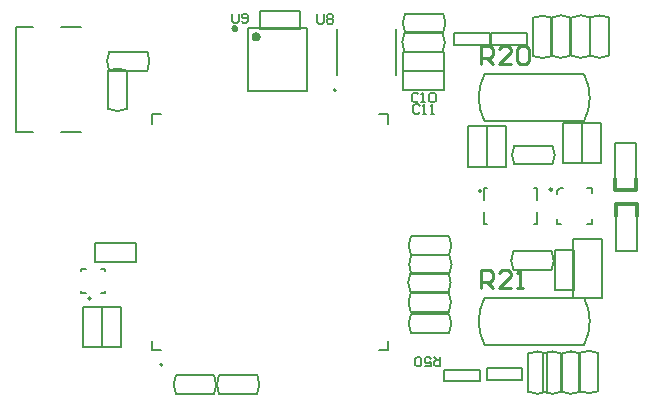
<source format=gto>
G04*
G04 #@! TF.GenerationSoftware,Altium Limited,Altium Designer,24.4.1 (13)*
G04*
G04 Layer_Color=65535*
%FSLAX44Y44*%
%MOMM*%
G71*
G04*
G04 #@! TF.SameCoordinates,9A945CEE-F102-44BA-A3C3-DB53B066AAF5*
G04*
G04*
G04 #@! TF.FilePolarity,Positive*
G04*
G01*
G75*
%ADD10C,0.2000*%
%ADD11C,0.1270*%
%ADD12C,0.2540*%
%ADD13C,0.3500*%
%ADD14C,0.1500*%
D10*
X279800Y1295601D02*
G03*
X295700Y1295601I7950J16149D01*
G01*
Y1327899D02*
G03*
X279800Y1327899I-7950J-16149D01*
G01*
X598395Y1135674D02*
G03*
X598395Y1095826I38105J-19924D01*
G01*
X682605D02*
G03*
X682654Y1135580I-38105J19924D01*
G01*
X598395Y1324924D02*
G03*
X598395Y1285076I38105J-19924D01*
G01*
X682605D02*
G03*
X682654Y1324830I-38105J19924D01*
G01*
X265000Y1135000D02*
G03*
X265000Y1135000I-1000J0D01*
G01*
X670950Y1372899D02*
G03*
X655050Y1372899I-7950J-16149D01*
G01*
Y1340601D02*
G03*
X670950Y1340601I7950J16149D01*
G01*
X672050D02*
G03*
X687951Y1340601I7950J16149D01*
G01*
Y1372899D02*
G03*
X672050Y1372899I-7950J-16149D01*
G01*
X472500Y1311250D02*
G03*
X472500Y1311250I-1000J0D01*
G01*
X325750Y1079100D02*
G03*
X325750Y1079100I-1000J0D01*
G01*
X535851Y1139700D02*
G03*
X535851Y1123800I16149J-7950D01*
G01*
X568149D02*
G03*
X568149Y1139700I-16149J7950D01*
G01*
X405899Y1054300D02*
G03*
X405899Y1070200I-16149J7950D01*
G01*
X373601D02*
G03*
X373601Y1054300I16149J-7950D01*
G01*
X337101Y1069950D02*
G03*
X337101Y1054050I16149J-7950D01*
G01*
X369399D02*
G03*
X369399Y1069950I-16149J7950D01*
G01*
X568399Y1105800D02*
G03*
X568399Y1121700I-16149J7950D01*
G01*
X536101D02*
G03*
X536101Y1105800I16149J-7950D01*
G01*
X623601Y1264450D02*
G03*
X623601Y1248550I16149J-7950D01*
G01*
X655899D02*
G03*
X655899Y1264450I-16149J7950D01*
G01*
X595500Y1226000D02*
G03*
X595500Y1226000I-1000J0D01*
G01*
X531101Y1376200D02*
G03*
X531101Y1360300I16149J-7950D01*
G01*
X563399D02*
G03*
X563399Y1376200I-16149J7950D01*
G01*
X562899Y1343800D02*
G03*
X562899Y1359700I-16149J7950D01*
G01*
X530601D02*
G03*
X530601Y1343800I16149J-7950D01*
G01*
X312899Y1328049D02*
G03*
X312899Y1343950I-16149J7950D01*
G01*
X280600D02*
G03*
X280600Y1328049I16149J-7950D01*
G01*
X655149Y1159049D02*
G03*
X655149Y1174950I-16149J7950D01*
G01*
X622851D02*
G03*
X622851Y1159049I16149J-7950D01*
G01*
X535601Y1156450D02*
G03*
X535601Y1140549I16149J-7950D01*
G01*
X567899D02*
G03*
X567899Y1156450I-16149J7950D01*
G01*
X536351Y1171700D02*
G03*
X536351Y1155800I16149J-7950D01*
G01*
X568649D02*
G03*
X568649Y1171700I-16149J7950D01*
G01*
X536101Y1187700D02*
G03*
X536101Y1171800I16149J-7950D01*
G01*
X568399D02*
G03*
X568399Y1187700I-16149J7950D01*
G01*
X703700Y1372899D02*
G03*
X687800Y1372899I-7950J-16149D01*
G01*
Y1340601D02*
G03*
X703700Y1340601I7950J16149D01*
G01*
X639550Y1340351D02*
G03*
X655451Y1340351I7950J16149D01*
G01*
Y1372649D02*
G03*
X639550Y1372649I-7950J-16149D01*
G01*
X679450Y1088399D02*
G03*
X663550Y1088399I-7950J-16149D01*
G01*
Y1056101D02*
G03*
X679450Y1056101I7950J16149D01*
G01*
X663700Y1088399D02*
G03*
X647800Y1088399I-7950J-16149D01*
G01*
Y1056101D02*
G03*
X663700Y1056101I7950J16149D01*
G01*
X678800Y1056601D02*
G03*
X694700Y1056601I7950J16149D01*
G01*
Y1088899D02*
G03*
X678800Y1088899I-7950J-16149D01*
G01*
X635300Y1056101D02*
G03*
X651200Y1056101I7950J16149D01*
G01*
Y1088399D02*
G03*
X635300Y1088399I-7950J-16149D01*
G01*
X295750Y1295750D02*
Y1327750D01*
X279750Y1295750D02*
Y1327750D01*
X598500Y1135750D02*
X682500D01*
X598500Y1095750D02*
X682500D01*
X598500Y1325000D02*
X682500D01*
X598500Y1285000D02*
X682500D01*
X655000Y1340750D02*
Y1372750D01*
X671000Y1340750D02*
Y1372750D01*
X688000Y1340750D02*
Y1372750D01*
X672000Y1340750D02*
Y1372750D01*
X398250Y1364000D02*
X447750D01*
Y1311000D02*
Y1364000D01*
X398250Y1311000D02*
X447750D01*
X398250D02*
Y1364000D01*
X536000Y1123750D02*
X568000D01*
X536000Y1139750D02*
X568000D01*
X604250Y1360000D02*
X634250D01*
Y1350000D02*
Y1360000D01*
X604250Y1350000D02*
X634250D01*
X604250D02*
Y1360000D01*
X634250D01*
X373750Y1070250D02*
X405750D01*
X373750Y1054250D02*
X405750D01*
X337250Y1054000D02*
X369250D01*
X337250Y1070000D02*
X369250D01*
X536250Y1121750D02*
X568250D01*
X536250Y1105750D02*
X568250D01*
X623750Y1248500D02*
X655750D01*
X623750Y1264500D02*
X655750D01*
X408000Y1362750D02*
Y1378750D01*
Y1362750D02*
X442000D01*
Y1378750D01*
X408000D02*
X442000D01*
X563750Y1327750D02*
Y1343750D01*
X529750D02*
X563750D01*
X529750Y1327750D02*
Y1343750D01*
Y1327750D02*
X563750D01*
X529750Y1311750D02*
Y1327750D01*
Y1311750D02*
X563750D01*
Y1327750D01*
X529750D02*
X563750D01*
X531250Y1360250D02*
X563250D01*
X531250Y1376250D02*
X563250D01*
X530750Y1359750D02*
X562750D01*
X530750Y1343750D02*
X562750D01*
X280750Y1344000D02*
X312750D01*
X280750Y1328000D02*
X312750D01*
X269000Y1165750D02*
Y1181750D01*
Y1165750D02*
X303000D01*
Y1181750D01*
X269000D02*
X303000D01*
X600250Y1065750D02*
X630250D01*
Y1075750D01*
X600250D02*
X630250D01*
X600250Y1065750D02*
Y1075750D01*
Y1065750D02*
X630250D01*
X564250Y1074750D02*
X594250D01*
X564250Y1064750D02*
Y1074750D01*
Y1064750D02*
X594250D01*
Y1074750D01*
X564250D02*
X594250D01*
X572750Y1349500D02*
X602750D01*
Y1359500D01*
X572750D02*
X602750D01*
X572750Y1349500D02*
Y1359500D01*
Y1349500D02*
X602750D01*
X584250Y1246750D02*
Y1280750D01*
X600250D01*
Y1246750D02*
Y1280750D01*
X584250Y1246750D02*
X600250D01*
Y1280750D01*
X616250D01*
Y1246750D02*
Y1280750D01*
X600250Y1246750D02*
X616250D01*
X623000Y1175000D02*
X655000D01*
X623000Y1159000D02*
X655000D01*
X681250Y1249500D02*
Y1283500D01*
X697250D01*
Y1249500D02*
Y1283500D01*
X681250Y1249500D02*
X697250D01*
X664750D02*
Y1283500D01*
X680750D01*
Y1249500D02*
Y1283500D01*
X664750Y1249500D02*
X680750D01*
X535750Y1140500D02*
X567750D01*
X535750Y1156500D02*
X567750D01*
X536500Y1155750D02*
X568500D01*
X536500Y1171750D02*
X568500D01*
X536250D02*
X568250D01*
X536250Y1187750D02*
X568250D01*
X673500Y1135000D02*
X697500D01*
Y1185000D01*
X673500D02*
X697500D01*
X673500Y1135000D02*
Y1185000D01*
X657750Y1142000D02*
Y1176000D01*
X673750D01*
Y1142000D02*
Y1176000D01*
X657750Y1142000D02*
X673750D01*
X708750Y1266500D02*
X726750D01*
Y1236500D02*
Y1266500D01*
X708750Y1236500D02*
Y1266500D01*
X687750Y1340750D02*
Y1372750D01*
X703750Y1340750D02*
Y1372750D01*
X274250Y1093750D02*
Y1127750D01*
X258250Y1093750D02*
X274250D01*
X258250D02*
Y1127750D01*
X274250D01*
X290500Y1093750D02*
Y1127750D01*
X274500Y1093750D02*
X290500D01*
X274500D02*
Y1127750D01*
X290500D01*
X709500Y1175250D02*
X727500D01*
X709500D02*
Y1205250D01*
X727500Y1175250D02*
Y1205250D01*
X655500Y1340500D02*
Y1372500D01*
X639500Y1340500D02*
Y1372500D01*
X663500Y1056250D02*
Y1088250D01*
X679500Y1056250D02*
Y1088250D01*
X647750Y1056250D02*
Y1088250D01*
X663750Y1056250D02*
Y1088250D01*
X694750Y1056750D02*
Y1088750D01*
X678750Y1056750D02*
Y1088750D01*
X651250Y1056250D02*
Y1088250D01*
X635250Y1056250D02*
Y1088250D01*
D11*
X408162Y1356500D02*
G03*
X408162Y1356500I-3162J0D01*
G01*
X407236D02*
G03*
X407236Y1356500I-2236J0D01*
G01*
X406414D02*
G03*
X406414Y1356500I-1414J0D01*
G01*
X406000D02*
G03*
X406000Y1356500I-1000J0D01*
G01*
Y1355500D02*
G03*
X406000Y1355500I-1000J0D01*
G01*
X389236Y1363500D02*
G03*
X389236Y1363500I-2236J0D01*
G01*
X389000D02*
G03*
X389000Y1363500I-1000J0D01*
G01*
X388000D02*
G03*
X388000Y1363500I-1000J0D01*
G01*
X239700Y1275550D02*
X256500D01*
X202000D02*
X216300D01*
X239700Y1364950D02*
X256500D01*
X202000D02*
X216300D01*
X202000Y1275550D02*
Y1364950D01*
X273300Y1160300D02*
X277300D01*
Y1158500D02*
Y1160300D01*
X256700D02*
X260700D01*
X256700Y1158500D02*
Y1160300D01*
Y1139700D02*
Y1141500D01*
Y1139700D02*
X260700D01*
X273300D02*
X277300D01*
Y1141500D01*
X473250Y1324150D02*
Y1363150D01*
X523650Y1324150D02*
Y1363150D01*
X516750Y1283150D02*
Y1291049D01*
X316750Y1283150D02*
Y1291049D01*
X516750Y1091049D02*
Y1098949D01*
X316750Y1091049D02*
Y1098949D01*
X508851Y1291049D02*
X516750D01*
X316750D02*
X324650D01*
X508851Y1091049D02*
X516750D01*
X316750D02*
X324650D01*
X598000Y1228250D02*
X600500D01*
X598000Y1218250D02*
Y1228250D01*
Y1198250D02*
Y1208250D01*
Y1198250D02*
X600500D01*
X640500D02*
X643000D01*
Y1208250D01*
X640500Y1228250D02*
X643000D01*
Y1218250D02*
Y1228250D01*
X659500Y1223250D02*
Y1225750D01*
X662000Y1228250D01*
X664500D01*
X689500Y1198250D02*
Y1202250D01*
X685500Y1198250D02*
X689500D01*
X659500D02*
X663500D01*
X659500D02*
Y1202250D01*
X689500Y1224250D02*
Y1228250D01*
X685500D02*
X689500D01*
D12*
X655500Y1227250D02*
G03*
X655500Y1227250I-1000J0D01*
G01*
X595042Y1144244D02*
Y1159479D01*
X602659D01*
X605199Y1156940D01*
Y1151861D01*
X602659Y1149322D01*
X595042D01*
X600120D02*
X605199Y1144244D01*
X620434D02*
X610277D01*
X620434Y1154401D01*
Y1156940D01*
X617895Y1159479D01*
X612816D01*
X610277Y1156940D01*
X625512Y1144244D02*
X630591D01*
X628051D01*
Y1159479D01*
X625512Y1156940D01*
X595042Y1333728D02*
Y1348963D01*
X602659D01*
X605199Y1346424D01*
Y1341346D01*
X602659Y1338806D01*
X595042D01*
X600120D02*
X605199Y1333728D01*
X620434D02*
X610277D01*
X620434Y1343885D01*
Y1346424D01*
X617895Y1348963D01*
X612816D01*
X610277Y1346424D01*
X625512D02*
X628051Y1348963D01*
X633130D01*
X635669Y1346424D01*
Y1336267D01*
X633130Y1333728D01*
X628051D01*
X625512Y1336267D01*
Y1346424D01*
D13*
X708750Y1226500D02*
Y1236500D01*
X726750Y1226500D02*
Y1236500D01*
X708750Y1226500D02*
X726750D01*
X727500Y1205250D02*
Y1215250D01*
X709500Y1205250D02*
Y1215250D01*
X727500D01*
D14*
X384836Y1376249D02*
Y1369584D01*
X386168Y1368251D01*
X388834D01*
X390167Y1369584D01*
Y1376249D01*
X392833Y1369584D02*
X394166Y1368251D01*
X396832D01*
X398164Y1369584D01*
Y1374916D01*
X396832Y1376249D01*
X394166D01*
X392833Y1374916D01*
Y1373583D01*
X394166Y1372250D01*
X398164D01*
X456836Y1375749D02*
Y1369084D01*
X458168Y1367751D01*
X460834D01*
X462167Y1369084D01*
Y1375749D01*
X464833Y1374416D02*
X466166Y1375749D01*
X468832D01*
X470164Y1374416D01*
Y1373083D01*
X468832Y1371750D01*
X470164Y1370417D01*
Y1369084D01*
X468832Y1367751D01*
X466166D01*
X464833Y1369084D01*
Y1370417D01*
X466166Y1371750D01*
X464833Y1373083D01*
Y1374416D01*
X466166Y1371750D02*
X468832D01*
X560913Y1085499D02*
Y1077501D01*
X556914D01*
X555582Y1078834D01*
Y1081500D01*
X556914Y1082833D01*
X560913D01*
X558247D02*
X555582Y1085499D01*
X547584Y1077501D02*
X552916D01*
Y1081500D01*
X550250Y1080167D01*
X548917D01*
X547584Y1081500D01*
Y1084166D01*
X548917Y1085499D01*
X551583D01*
X552916Y1084166D01*
X544918Y1078834D02*
X543585Y1077501D01*
X540920D01*
X539587Y1078834D01*
Y1084166D01*
X540920Y1085499D01*
X543585D01*
X544918Y1084166D01*
Y1078834D01*
X543418Y1297916D02*
X542085Y1299249D01*
X539419D01*
X538086Y1297916D01*
Y1292584D01*
X539419Y1291251D01*
X542085D01*
X543418Y1292584D01*
X546084Y1291251D02*
X548749D01*
X547416D01*
Y1299249D01*
X546084Y1297916D01*
X552748Y1291251D02*
X555414D01*
X554081D01*
Y1299249D01*
X552748Y1297916D01*
X542335Y1307916D02*
X541002Y1309249D01*
X538336D01*
X537003Y1307916D01*
Y1302584D01*
X538336Y1301251D01*
X541002D01*
X542335Y1302584D01*
X545001Y1301251D02*
X547666D01*
X546334D01*
Y1309249D01*
X545001Y1307916D01*
X551665D02*
X552998Y1309249D01*
X555664D01*
X556997Y1307916D01*
Y1302584D01*
X555664Y1301251D01*
X552998D01*
X551665Y1302584D01*
Y1307916D01*
M02*

</source>
